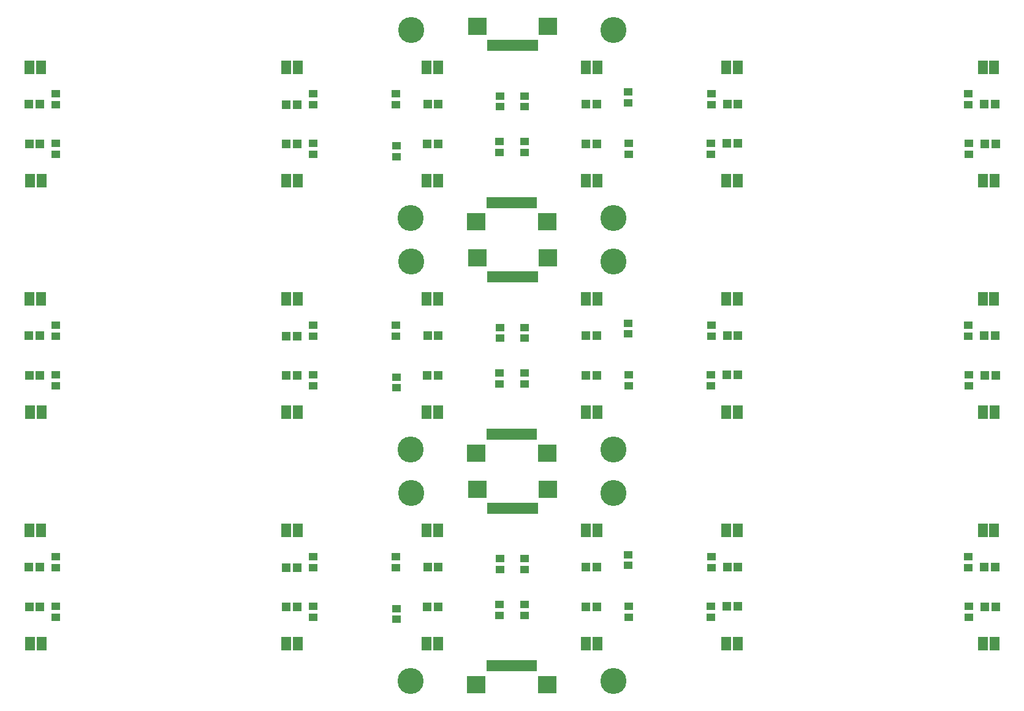
<source format=gbs>
G04 #@! TF.GenerationSoftware,KiCad,Pcbnew,(5.0.0)*
G04 #@! TF.CreationDate,2019-02-16T18:39:58+09:00*
G04 #@! TF.ProjectId,lancer_sensorboard_v3,6C616E6365725F73656E736F72626F61,rev?*
G04 #@! TF.SameCoordinates,Original*
G04 #@! TF.FileFunction,Soldermask,Bot*
G04 #@! TF.FilePolarity,Negative*
%FSLAX46Y46*%
G04 Gerber Fmt 4.6, Leading zero omitted, Abs format (unit mm)*
G04 Created by KiCad (PCBNEW (5.0.0)) date 02/16/19 18:39:58*
%MOMM*%
%LPD*%
G01*
G04 APERTURE LIST*
%ADD10R,1.400000X1.850000*%
%ADD11R,1.200000X1.100000*%
%ADD12C,3.600000*%
%ADD13R,1.200000X1.200000*%
%ADD14R,0.630000X1.650000*%
%ADD15R,2.200000X2.400000*%
%ADD16R,2.600000X2.400000*%
G04 APERTURE END LIST*
D10*
G04 #@! TO.C,Q6*
X54938654Y-61675000D03*
X53338654Y-61675000D03*
G04 #@! TD*
D11*
G04 #@! TO.C,R4*
X103913654Y-66825000D03*
X103913654Y-65325000D03*
G04 #@! TD*
G04 #@! TO.C,R3*
X136013654Y-66525000D03*
X136013654Y-65025000D03*
G04 #@! TD*
G04 #@! TO.C,R6*
X56913654Y-66825000D03*
X56913654Y-65325000D03*
G04 #@! TD*
G04 #@! TO.C,R2*
X147513654Y-66825000D03*
X147513654Y-65325000D03*
G04 #@! TD*
D12*
G04 #@! TO.C,REF\002A\002A*
X106013654Y-56500000D03*
G04 #@! TD*
D11*
G04 #@! TO.C,R1*
X183013654Y-66825000D03*
X183013654Y-65325000D03*
G04 #@! TD*
G04 #@! TO.C,R5*
X92513654Y-66825000D03*
X92513654Y-65325000D03*
G04 #@! TD*
D10*
G04 #@! TO.C,Q2*
X149613654Y-61650000D03*
X151213654Y-61650000D03*
G04 #@! TD*
D13*
G04 #@! TO.C,D2*
X151213654Y-66750000D03*
X149713654Y-66750000D03*
G04 #@! TD*
D12*
G04 #@! TO.C,REF\002A\002A*
X134013654Y-56500000D03*
G04 #@! TD*
D13*
G04 #@! TO.C,D6*
X53213654Y-66750000D03*
X54713654Y-66750000D03*
G04 #@! TD*
D10*
G04 #@! TO.C,Q3*
X130213654Y-61650000D03*
X131813654Y-61650000D03*
G04 #@! TD*
D11*
G04 #@! TO.C,C1*
X118313654Y-67100000D03*
X118313654Y-65600000D03*
G04 #@! TD*
D14*
G04 #@! TO.C,P1*
X116813654Y-58650000D03*
X117313654Y-58650000D03*
X117813654Y-58650000D03*
X118313654Y-58650000D03*
X118813654Y-58650000D03*
X119313654Y-58650000D03*
X119813654Y-58650000D03*
X120313654Y-58650000D03*
X120813654Y-58650000D03*
X121313654Y-58650000D03*
X121813654Y-58650000D03*
X122313654Y-58650000D03*
X122813654Y-58650000D03*
D15*
X124963654Y-55975000D03*
X115163654Y-55975000D03*
D14*
X123313654Y-58650000D03*
D16*
X115163654Y-55975000D03*
X124963654Y-55975000D03*
G04 #@! TD*
D13*
G04 #@! TO.C,D5*
X88813654Y-66850000D03*
X90313654Y-66850000D03*
G04 #@! TD*
G04 #@! TO.C,D4*
X108313654Y-66750000D03*
X109813654Y-66750000D03*
G04 #@! TD*
G04 #@! TO.C,D1*
X186713654Y-66750000D03*
X185213654Y-66750000D03*
G04 #@! TD*
D11*
G04 #@! TO.C,C2*
X121713654Y-67100000D03*
X121713654Y-65600000D03*
G04 #@! TD*
D10*
G04 #@! TO.C,Q1*
X185013654Y-61650000D03*
X186613654Y-61650000D03*
G04 #@! TD*
G04 #@! TO.C,Q5*
X90413654Y-61650000D03*
X88813654Y-61650000D03*
G04 #@! TD*
D13*
G04 #@! TO.C,D3*
X131713654Y-66750000D03*
X130213654Y-66750000D03*
G04 #@! TD*
D10*
G04 #@! TO.C,Q4*
X109813654Y-61650000D03*
X108213654Y-61650000D03*
G04 #@! TD*
G04 #@! TO.C,Q6*
X185061346Y-77325000D03*
X186661346Y-77325000D03*
G04 #@! TD*
D11*
G04 #@! TO.C,R4*
X136086346Y-72175000D03*
X136086346Y-73675000D03*
G04 #@! TD*
G04 #@! TO.C,R3*
X103986346Y-72475000D03*
X103986346Y-73975000D03*
G04 #@! TD*
G04 #@! TO.C,R6*
X183086346Y-72175000D03*
X183086346Y-73675000D03*
G04 #@! TD*
G04 #@! TO.C,R2*
X92486346Y-72175000D03*
X92486346Y-73675000D03*
G04 #@! TD*
D12*
G04 #@! TO.C,REF\002A\002A*
X134000000Y-82500000D03*
G04 #@! TD*
D11*
G04 #@! TO.C,R1*
X56986346Y-72175000D03*
X56986346Y-73675000D03*
G04 #@! TD*
G04 #@! TO.C,R5*
X147486346Y-72175000D03*
X147486346Y-73675000D03*
G04 #@! TD*
D10*
G04 #@! TO.C,Q2*
X90386346Y-77350000D03*
X88786346Y-77350000D03*
G04 #@! TD*
D13*
G04 #@! TO.C,D2*
X88786346Y-72250000D03*
X90286346Y-72250000D03*
G04 #@! TD*
D12*
G04 #@! TO.C,REF\002A\002A*
X106000000Y-82500000D03*
G04 #@! TD*
D13*
G04 #@! TO.C,D6*
X186786346Y-72250000D03*
X185286346Y-72250000D03*
G04 #@! TD*
D10*
G04 #@! TO.C,Q3*
X109786346Y-77350000D03*
X108186346Y-77350000D03*
G04 #@! TD*
D11*
G04 #@! TO.C,C1*
X121686346Y-71900000D03*
X121686346Y-73400000D03*
G04 #@! TD*
D14*
G04 #@! TO.C,P1*
X123186346Y-80350000D03*
X122686346Y-80350000D03*
X122186346Y-80350000D03*
X121686346Y-80350000D03*
X121186346Y-80350000D03*
X120686346Y-80350000D03*
X120186346Y-80350000D03*
X119686346Y-80350000D03*
X119186346Y-80350000D03*
X118686346Y-80350000D03*
X118186346Y-80350000D03*
X117686346Y-80350000D03*
X117186346Y-80350000D03*
D15*
X115036346Y-83025000D03*
X124836346Y-83025000D03*
D14*
X116686346Y-80350000D03*
D16*
X124836346Y-83025000D03*
X115036346Y-83025000D03*
G04 #@! TD*
D13*
G04 #@! TO.C,D5*
X151186346Y-72150000D03*
X149686346Y-72150000D03*
G04 #@! TD*
G04 #@! TO.C,D4*
X131686346Y-72250000D03*
X130186346Y-72250000D03*
G04 #@! TD*
G04 #@! TO.C,D1*
X53286346Y-72250000D03*
X54786346Y-72250000D03*
G04 #@! TD*
D11*
G04 #@! TO.C,C2*
X118286346Y-71900000D03*
X118286346Y-73400000D03*
G04 #@! TD*
D10*
G04 #@! TO.C,Q1*
X54986346Y-77350000D03*
X53386346Y-77350000D03*
G04 #@! TD*
G04 #@! TO.C,Q5*
X149586346Y-77350000D03*
X151186346Y-77350000D03*
G04 #@! TD*
D13*
G04 #@! TO.C,D3*
X108286346Y-72250000D03*
X109786346Y-72250000D03*
G04 #@! TD*
D10*
G04 #@! TO.C,Q4*
X130186346Y-77350000D03*
X131786346Y-77350000D03*
G04 #@! TD*
G04 #@! TO.C,Q6*
X54938654Y-93675000D03*
X53338654Y-93675000D03*
G04 #@! TD*
D11*
G04 #@! TO.C,R4*
X103913654Y-98825000D03*
X103913654Y-97325000D03*
G04 #@! TD*
G04 #@! TO.C,R3*
X136013654Y-98525000D03*
X136013654Y-97025000D03*
G04 #@! TD*
G04 #@! TO.C,R6*
X56913654Y-98825000D03*
X56913654Y-97325000D03*
G04 #@! TD*
G04 #@! TO.C,R2*
X147513654Y-98825000D03*
X147513654Y-97325000D03*
G04 #@! TD*
D12*
G04 #@! TO.C,REF\002A\002A*
X106013654Y-88500000D03*
G04 #@! TD*
D11*
G04 #@! TO.C,R1*
X183013654Y-98825000D03*
X183013654Y-97325000D03*
G04 #@! TD*
G04 #@! TO.C,R5*
X92513654Y-98825000D03*
X92513654Y-97325000D03*
G04 #@! TD*
D10*
G04 #@! TO.C,Q2*
X149613654Y-93650000D03*
X151213654Y-93650000D03*
G04 #@! TD*
D13*
G04 #@! TO.C,D2*
X151213654Y-98750000D03*
X149713654Y-98750000D03*
G04 #@! TD*
D12*
G04 #@! TO.C,REF\002A\002A*
X134013654Y-88500000D03*
G04 #@! TD*
D13*
G04 #@! TO.C,D6*
X53213654Y-98750000D03*
X54713654Y-98750000D03*
G04 #@! TD*
D10*
G04 #@! TO.C,Q3*
X130213654Y-93650000D03*
X131813654Y-93650000D03*
G04 #@! TD*
D11*
G04 #@! TO.C,C1*
X118313654Y-99100000D03*
X118313654Y-97600000D03*
G04 #@! TD*
D14*
G04 #@! TO.C,P1*
X116813654Y-90650000D03*
X117313654Y-90650000D03*
X117813654Y-90650000D03*
X118313654Y-90650000D03*
X118813654Y-90650000D03*
X119313654Y-90650000D03*
X119813654Y-90650000D03*
X120313654Y-90650000D03*
X120813654Y-90650000D03*
X121313654Y-90650000D03*
X121813654Y-90650000D03*
X122313654Y-90650000D03*
X122813654Y-90650000D03*
D15*
X124963654Y-87975000D03*
X115163654Y-87975000D03*
D14*
X123313654Y-90650000D03*
D16*
X115163654Y-87975000D03*
X124963654Y-87975000D03*
G04 #@! TD*
D13*
G04 #@! TO.C,D5*
X88813654Y-98850000D03*
X90313654Y-98850000D03*
G04 #@! TD*
G04 #@! TO.C,D4*
X108313654Y-98750000D03*
X109813654Y-98750000D03*
G04 #@! TD*
G04 #@! TO.C,D1*
X186713654Y-98750000D03*
X185213654Y-98750000D03*
G04 #@! TD*
D11*
G04 #@! TO.C,C2*
X121713654Y-99100000D03*
X121713654Y-97600000D03*
G04 #@! TD*
D10*
G04 #@! TO.C,Q1*
X185013654Y-93650000D03*
X186613654Y-93650000D03*
G04 #@! TD*
G04 #@! TO.C,Q5*
X90413654Y-93650000D03*
X88813654Y-93650000D03*
G04 #@! TD*
D13*
G04 #@! TO.C,D3*
X131713654Y-98750000D03*
X130213654Y-98750000D03*
G04 #@! TD*
D10*
G04 #@! TO.C,Q4*
X109813654Y-93650000D03*
X108213654Y-93650000D03*
G04 #@! TD*
G04 #@! TO.C,Q6*
X185061346Y-109325000D03*
X186661346Y-109325000D03*
G04 #@! TD*
D11*
G04 #@! TO.C,R4*
X136086346Y-104175000D03*
X136086346Y-105675000D03*
G04 #@! TD*
G04 #@! TO.C,R3*
X103986346Y-104475000D03*
X103986346Y-105975000D03*
G04 #@! TD*
G04 #@! TO.C,R6*
X183086346Y-104175000D03*
X183086346Y-105675000D03*
G04 #@! TD*
G04 #@! TO.C,R2*
X92486346Y-104175000D03*
X92486346Y-105675000D03*
G04 #@! TD*
D12*
G04 #@! TO.C,REF\002A\002A*
X133986346Y-114500000D03*
G04 #@! TD*
D11*
G04 #@! TO.C,R1*
X56986346Y-104175000D03*
X56986346Y-105675000D03*
G04 #@! TD*
G04 #@! TO.C,R5*
X147486346Y-104175000D03*
X147486346Y-105675000D03*
G04 #@! TD*
D10*
G04 #@! TO.C,Q2*
X90386346Y-109350000D03*
X88786346Y-109350000D03*
G04 #@! TD*
D13*
G04 #@! TO.C,D2*
X88786346Y-104250000D03*
X90286346Y-104250000D03*
G04 #@! TD*
D12*
G04 #@! TO.C,REF\002A\002A*
X105986346Y-114500000D03*
G04 #@! TD*
D13*
G04 #@! TO.C,D6*
X186786346Y-104250000D03*
X185286346Y-104250000D03*
G04 #@! TD*
D10*
G04 #@! TO.C,Q3*
X109786346Y-109350000D03*
X108186346Y-109350000D03*
G04 #@! TD*
D11*
G04 #@! TO.C,C1*
X121686346Y-103900000D03*
X121686346Y-105400000D03*
G04 #@! TD*
D14*
G04 #@! TO.C,P1*
X123186346Y-112350000D03*
X122686346Y-112350000D03*
X122186346Y-112350000D03*
X121686346Y-112350000D03*
X121186346Y-112350000D03*
X120686346Y-112350000D03*
X120186346Y-112350000D03*
X119686346Y-112350000D03*
X119186346Y-112350000D03*
X118686346Y-112350000D03*
X118186346Y-112350000D03*
X117686346Y-112350000D03*
X117186346Y-112350000D03*
D15*
X115036346Y-115025000D03*
X124836346Y-115025000D03*
D14*
X116686346Y-112350000D03*
D16*
X124836346Y-115025000D03*
X115036346Y-115025000D03*
G04 #@! TD*
D13*
G04 #@! TO.C,D5*
X151186346Y-104150000D03*
X149686346Y-104150000D03*
G04 #@! TD*
G04 #@! TO.C,D4*
X131686346Y-104250000D03*
X130186346Y-104250000D03*
G04 #@! TD*
G04 #@! TO.C,D1*
X53286346Y-104250000D03*
X54786346Y-104250000D03*
G04 #@! TD*
D11*
G04 #@! TO.C,C2*
X118286346Y-103900000D03*
X118286346Y-105400000D03*
G04 #@! TD*
D10*
G04 #@! TO.C,Q1*
X54986346Y-109350000D03*
X53386346Y-109350000D03*
G04 #@! TD*
G04 #@! TO.C,Q5*
X149586346Y-109350000D03*
X151186346Y-109350000D03*
G04 #@! TD*
D13*
G04 #@! TO.C,D3*
X108286346Y-104250000D03*
X109786346Y-104250000D03*
G04 #@! TD*
D10*
G04 #@! TO.C,Q4*
X130186346Y-109350000D03*
X131786346Y-109350000D03*
G04 #@! TD*
G04 #@! TO.C,Q6*
X54938654Y-125675000D03*
X53338654Y-125675000D03*
G04 #@! TD*
D11*
G04 #@! TO.C,R4*
X103913654Y-130825000D03*
X103913654Y-129325000D03*
G04 #@! TD*
G04 #@! TO.C,R3*
X136013654Y-130525000D03*
X136013654Y-129025000D03*
G04 #@! TD*
G04 #@! TO.C,R6*
X56913654Y-130825000D03*
X56913654Y-129325000D03*
G04 #@! TD*
G04 #@! TO.C,R2*
X147513654Y-130825000D03*
X147513654Y-129325000D03*
G04 #@! TD*
D12*
G04 #@! TO.C,REF\002A\002A*
X106013654Y-120500000D03*
G04 #@! TD*
D11*
G04 #@! TO.C,R1*
X183013654Y-130825000D03*
X183013654Y-129325000D03*
G04 #@! TD*
G04 #@! TO.C,R5*
X92513654Y-130825000D03*
X92513654Y-129325000D03*
G04 #@! TD*
D10*
G04 #@! TO.C,Q2*
X149613654Y-125650000D03*
X151213654Y-125650000D03*
G04 #@! TD*
D13*
G04 #@! TO.C,D2*
X151213654Y-130750000D03*
X149713654Y-130750000D03*
G04 #@! TD*
D12*
G04 #@! TO.C,REF\002A\002A*
X134013654Y-120500000D03*
G04 #@! TD*
D13*
G04 #@! TO.C,D6*
X53213654Y-130750000D03*
X54713654Y-130750000D03*
G04 #@! TD*
D10*
G04 #@! TO.C,Q3*
X130213654Y-125650000D03*
X131813654Y-125650000D03*
G04 #@! TD*
D11*
G04 #@! TO.C,C1*
X118313654Y-131100000D03*
X118313654Y-129600000D03*
G04 #@! TD*
D14*
G04 #@! TO.C,P1*
X116813654Y-122650000D03*
X117313654Y-122650000D03*
X117813654Y-122650000D03*
X118313654Y-122650000D03*
X118813654Y-122650000D03*
X119313654Y-122650000D03*
X119813654Y-122650000D03*
X120313654Y-122650000D03*
X120813654Y-122650000D03*
X121313654Y-122650000D03*
X121813654Y-122650000D03*
X122313654Y-122650000D03*
X122813654Y-122650000D03*
D15*
X124963654Y-119975000D03*
X115163654Y-119975000D03*
D14*
X123313654Y-122650000D03*
D16*
X115163654Y-119975000D03*
X124963654Y-119975000D03*
G04 #@! TD*
D13*
G04 #@! TO.C,D5*
X88813654Y-130850000D03*
X90313654Y-130850000D03*
G04 #@! TD*
G04 #@! TO.C,D4*
X108313654Y-130750000D03*
X109813654Y-130750000D03*
G04 #@! TD*
G04 #@! TO.C,D1*
X186713654Y-130750000D03*
X185213654Y-130750000D03*
G04 #@! TD*
D11*
G04 #@! TO.C,C2*
X121713654Y-131100000D03*
X121713654Y-129600000D03*
G04 #@! TD*
D10*
G04 #@! TO.C,Q1*
X185013654Y-125650000D03*
X186613654Y-125650000D03*
G04 #@! TD*
G04 #@! TO.C,Q5*
X90413654Y-125650000D03*
X88813654Y-125650000D03*
G04 #@! TD*
D13*
G04 #@! TO.C,D3*
X131713654Y-130750000D03*
X130213654Y-130750000D03*
G04 #@! TD*
D10*
G04 #@! TO.C,Q4*
X109813654Y-125650000D03*
X108213654Y-125650000D03*
G04 #@! TD*
G04 #@! TO.C,Q6*
X185061346Y-141325000D03*
X186661346Y-141325000D03*
G04 #@! TD*
D11*
G04 #@! TO.C,R4*
X136086346Y-136175000D03*
X136086346Y-137675000D03*
G04 #@! TD*
G04 #@! TO.C,R3*
X103986346Y-136475000D03*
X103986346Y-137975000D03*
G04 #@! TD*
G04 #@! TO.C,R6*
X183086346Y-136175000D03*
X183086346Y-137675000D03*
G04 #@! TD*
G04 #@! TO.C,R2*
X92486346Y-136175000D03*
X92486346Y-137675000D03*
G04 #@! TD*
D12*
G04 #@! TO.C,REF\002A\002A*
X133986346Y-146500000D03*
G04 #@! TD*
D11*
G04 #@! TO.C,R1*
X56986346Y-136175000D03*
X56986346Y-137675000D03*
G04 #@! TD*
G04 #@! TO.C,R5*
X147486346Y-136175000D03*
X147486346Y-137675000D03*
G04 #@! TD*
D10*
G04 #@! TO.C,Q2*
X90386346Y-141350000D03*
X88786346Y-141350000D03*
G04 #@! TD*
D13*
G04 #@! TO.C,D2*
X88786346Y-136250000D03*
X90286346Y-136250000D03*
G04 #@! TD*
D12*
G04 #@! TO.C,REF\002A\002A*
X105986346Y-146500000D03*
G04 #@! TD*
D13*
G04 #@! TO.C,D6*
X186786346Y-136250000D03*
X185286346Y-136250000D03*
G04 #@! TD*
D10*
G04 #@! TO.C,Q3*
X109786346Y-141350000D03*
X108186346Y-141350000D03*
G04 #@! TD*
D11*
G04 #@! TO.C,C1*
X121686346Y-135900000D03*
X121686346Y-137400000D03*
G04 #@! TD*
D14*
G04 #@! TO.C,P1*
X123186346Y-144350000D03*
X122686346Y-144350000D03*
X122186346Y-144350000D03*
X121686346Y-144350000D03*
X121186346Y-144350000D03*
X120686346Y-144350000D03*
X120186346Y-144350000D03*
X119686346Y-144350000D03*
X119186346Y-144350000D03*
X118686346Y-144350000D03*
X118186346Y-144350000D03*
X117686346Y-144350000D03*
X117186346Y-144350000D03*
D15*
X115036346Y-147025000D03*
X124836346Y-147025000D03*
D14*
X116686346Y-144350000D03*
D16*
X124836346Y-147025000D03*
X115036346Y-147025000D03*
G04 #@! TD*
D13*
G04 #@! TO.C,D5*
X151186346Y-136150000D03*
X149686346Y-136150000D03*
G04 #@! TD*
G04 #@! TO.C,D4*
X131686346Y-136250000D03*
X130186346Y-136250000D03*
G04 #@! TD*
G04 #@! TO.C,D1*
X53286346Y-136250000D03*
X54786346Y-136250000D03*
G04 #@! TD*
D11*
G04 #@! TO.C,C2*
X118286346Y-135900000D03*
X118286346Y-137400000D03*
G04 #@! TD*
D10*
G04 #@! TO.C,Q1*
X54986346Y-141350000D03*
X53386346Y-141350000D03*
G04 #@! TD*
G04 #@! TO.C,Q5*
X149586346Y-141350000D03*
X151186346Y-141350000D03*
G04 #@! TD*
D13*
G04 #@! TO.C,D3*
X108286346Y-136250000D03*
X109786346Y-136250000D03*
G04 #@! TD*
D10*
G04 #@! TO.C,Q4*
X130186346Y-141350000D03*
X131786346Y-141350000D03*
G04 #@! TD*
M02*

</source>
